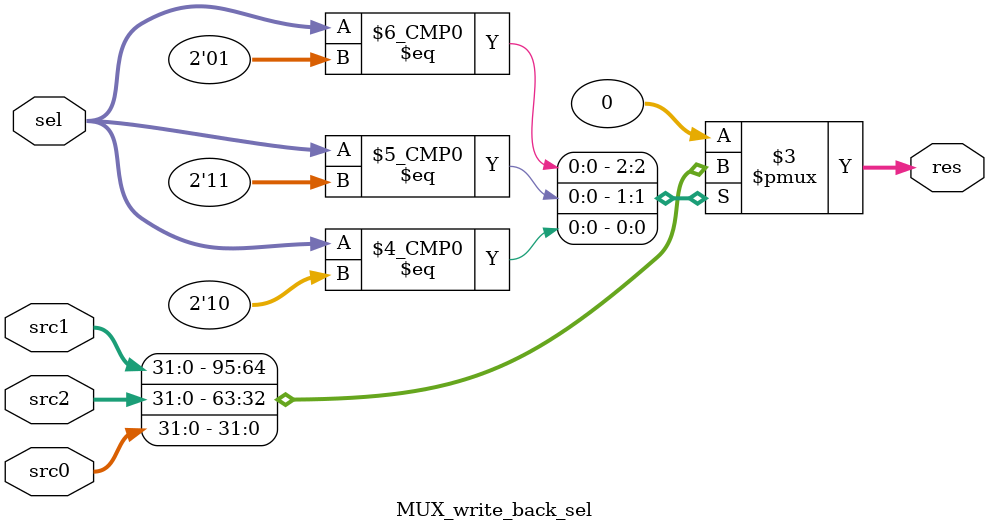
<source format=v>
`timescale 1ns / 1ps

module MUX_write_back_sel(
input [1:0] sel,
input [31:0] src1,
input [31:0] src0,
input [31:0] src2,
output reg [31:0] res
);
parameter NAN=2'd0;
parameter choose_pc_add4=2'd1;
parameter choose_alu_res=2'd2;
parameter choose_mem_read_data=2'd3;

always@(*)
begin
    case(sel)
        choose_pc_add4:
            res = src1;
        choose_mem_read_data:
            res = src2;
        choose_alu_res:
            res = src0;
        default:    
            res = 0;
    endcase
end
endmodule
</source>
